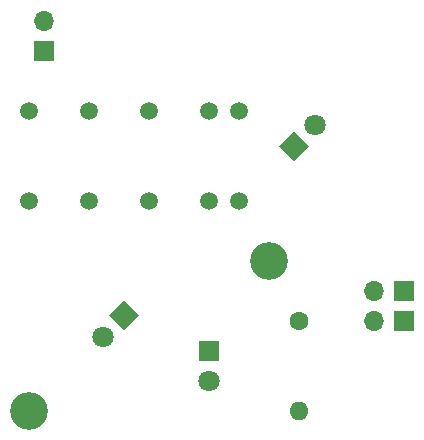
<source format=gts>
G04 #@! TF.GenerationSoftware,KiCad,Pcbnew,5.1.10*
G04 #@! TF.CreationDate,2021-05-04T21:35:11+02:00*
G04 #@! TF.ProjectId,Weichensimulator-45links,57656963-6865-46e7-9369-6d756c61746f,rev?*
G04 #@! TF.SameCoordinates,Original*
G04 #@! TF.FileFunction,Soldermask,Top*
G04 #@! TF.FilePolarity,Negative*
%FSLAX46Y46*%
G04 Gerber Fmt 4.6, Leading zero omitted, Abs format (unit mm)*
G04 Created by KiCad (PCBNEW 5.1.10) date 2021-05-04 21:35:11*
%MOMM*%
%LPD*%
G01*
G04 APERTURE LIST*
%ADD10C,3.200000*%
%ADD11C,1.800000*%
%ADD12C,0.100000*%
%ADD13C,1.500000*%
%ADD14R,1.800000X1.800000*%
%ADD15O,1.600000X1.600000*%
%ADD16C,1.600000*%
%ADD17O,1.700000X1.700000*%
%ADD18R,1.700000X1.700000*%
G04 APERTURE END LIST*
D10*
X156210000Y-110490000D03*
D11*
X160106051Y-98973949D03*
D12*
G36*
X158310000Y-102042792D02*
G01*
X157037208Y-100770000D01*
X158310000Y-99497208D01*
X159582792Y-100770000D01*
X158310000Y-102042792D01*
G37*
D13*
X153670000Y-97790000D03*
X151130000Y-97790000D03*
X146050000Y-97790000D03*
X140970000Y-97790000D03*
X135890000Y-97790000D03*
X135890000Y-105410000D03*
X140970000Y-105410000D03*
X146050000Y-105410000D03*
X151130000Y-105410000D03*
X153670000Y-105410000D03*
D14*
X151130000Y-118110000D03*
D11*
X151130000Y-120650000D03*
X142153949Y-116926051D03*
D12*
G36*
X143950000Y-113857208D02*
G01*
X145222792Y-115130000D01*
X143950000Y-116402792D01*
X142677208Y-115130000D01*
X143950000Y-113857208D01*
G37*
D15*
X158750000Y-123190000D03*
D16*
X158750000Y-115570000D03*
D17*
X137160000Y-90170000D03*
D18*
X137160000Y-92710000D03*
X167640000Y-113030000D03*
D17*
X165100000Y-113030000D03*
X165100000Y-115570000D03*
D18*
X167640000Y-115570000D03*
D10*
X135890000Y-123190000D03*
M02*

</source>
